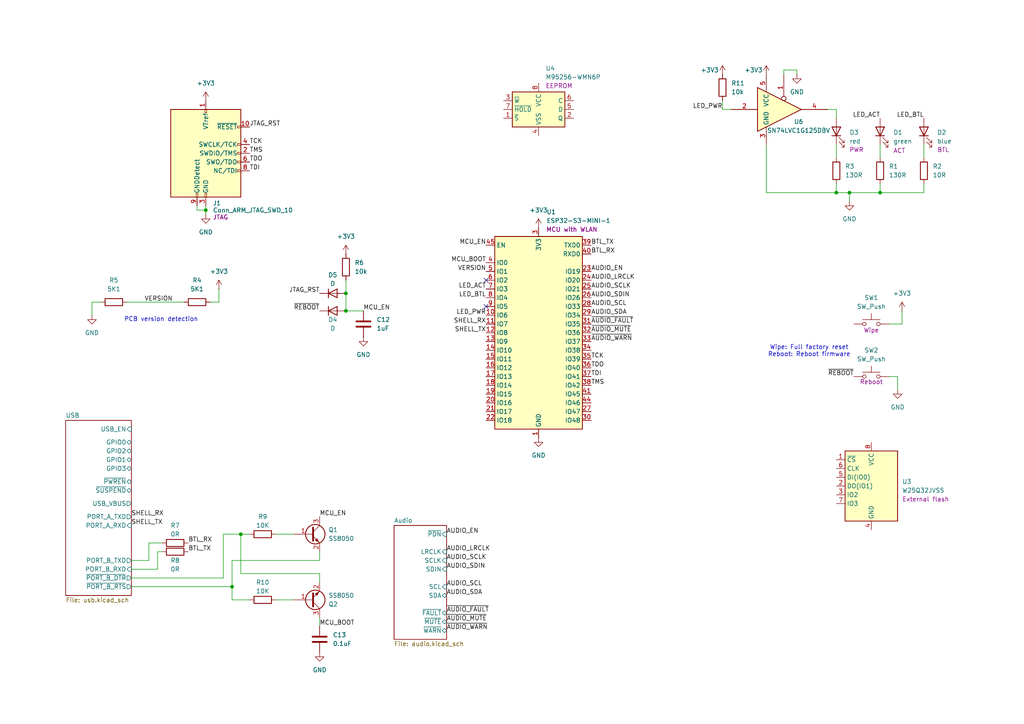
<source format=kicad_sch>
(kicad_sch (version 20231120) (generator "eeschema") (generator_version "8.0")
  (paper "A4")
  (title_block (title "soundbox"))
  (lib_symbols
    (symbol "74xGxx:SN74LVC1G125DBV"
      (property "Reference" "U" (at -10.16 7.62 0))
      (property "Value" "SN74LVC1G125DBV" (at 2.54 -7.62 0))
      (symbol "SN74LVC1G125DBV_0_1"
        (polyline (pts (xy -7.62 6.35) (xy -7.62 -6.35) (xy 5.08 0) (xy -7.62 6.35)) (stroke (width 0.254)) (fill (type background)))
      )
      (symbol "SN74LVC1G125DBV_1_1"
        (pin input inverted (at 0 10.16 270) (length 7.62) (name "~") (number "1"))
        (pin input line (at -15.24 0 0) (length 7.62) (name "~") (number "2"))
        (pin power_in line (at -5.08 -10.16 90) (length 5.08) (name "GND") (number "3"))
        (pin tri_state line (at 12.7 0 180) (length 7.62) (name "~") (number "4"))
        (pin power_in line (at -5.08 10.16 270) (length 5.08) (name "VCC") (number "5"))
      )
    )
    (symbol "Connector:Conn_ARM_JTAG_SWD_10" (pin_names (offset 1.016))
      (property "Reference" "J" (at -2.54 16.51 0))
      (property "Value" "Conn_ARM_JTAG_SWD_10" (at -2.54 13.97 0))
      (symbol "Conn_ARM_JTAG_SWD_10_0_1"
        (rectangle (start -10.16 12.7) (end 10.16 -12.7) (stroke (width 0.254)) (fill (type background)))
        (rectangle (start -2.794 -12.7) (end -2.286 -11.684))
        (rectangle (start -0.254 -12.7) (end 0.254 -11.684))
        (rectangle (start -0.254 12.7) (end 0.254 11.684))
        (rectangle (start 9.144 2.286) (end 10.16 2.794))
        (rectangle (start 10.16 -2.794) (end 9.144 -2.286))
        (rectangle (start 10.16 -0.254) (end 9.144 0.254))
        (rectangle (start 10.16 7.874) (end 9.144 7.366))
      )
      (symbol "Conn_ARM_JTAG_SWD_10_1_1"
        (rectangle (start 9.144 -5.334) (end 10.16 -4.826))
        (pin power_in line (at 0 15.24 270) (length 2.54) (name "VTref") (number "1"))
        (pin open_collector line (at 12.7 7.62 180) (length 2.54) (name "~{RESET}") (number "10"))
        (pin bidirectional line (at 12.7 0 180) (length 2.54) (name "SWDIO/TMS") (number "2"))
        (pin power_in line (at 0 -15.24 90) (length 2.54) (name "GND") (number "3"))
        (pin output line (at 12.7 2.54 180) (length 2.54) (name "SWCLK/TCK") (number "4"))
        (pin passive line (at 0 -15.24 90) (length 2.54) hide (name "GND") (number "5"))
        (pin input line (at 12.7 -2.54 180) (length 2.54) (name "SWO/TDO") (number "6"))
        (pin no_connect line (at -10.16 0 0) (length 2.54) hide (name "KEY") (number "7"))
        (pin output line (at 12.7 -5.08 180) (length 2.54) (name "NC/TDI") (number "8"))
        (pin passive line (at -2.54 -15.24 90) (length 2.54) (name "GNDDetect") (number "9"))
      )
    )
    (symbol "Device:C" (pin_numbers hide) (pin_names (offset 0.254))
      (property "Reference" "C" (at 0.635 2.54 0))
      (property "Value" "C" (at 0.635 -2.54 0))
      (symbol "C_0_1"
        (polyline (pts (xy -2.032 -0.762) (xy 2.032 -0.762)) (stroke (width 0.508)))
        (polyline (pts (xy -2.032 0.762) (xy 2.032 0.762)) (stroke (width 0.508)))
      )
      (symbol "C_1_1"
        (pin passive line (at 0 3.81 270) (length 2.794) (name "~") (number "1"))
        (pin passive line (at 0 -3.81 90) (length 2.794) (name "~") (number "2"))
      )
    )
    (symbol "Device:D" (pin_numbers hide) (pin_names (offset 1.016) hide)
      (property "Reference" "D" (at 0 2.54 0))
      (property "Value" "D" (at 0 -2.54 0))
      (symbol "D_0_1"
        (polyline (pts (xy -1.27 1.27) (xy -1.27 -1.27)) (stroke (width 0.254)))
        (polyline (pts (xy 1.27 0) (xy -1.27 0)))
        (polyline (pts (xy 1.27 1.27) (xy 1.27 -1.27) (xy -1.27 0) (xy 1.27 1.27)) (stroke (width 0.254)))
      )
      (symbol "D_1_1"
        (pin passive line (at -3.81 0 0) (length 2.54) (name "K") (number "1"))
        (pin passive line (at 3.81 0 180) (length 2.54) (name "A") (number "2"))
      )
    )
    (symbol "Device:LED" (pin_numbers hide) (pin_names (offset 1.016) hide)
      (property "Reference" "D" (at 0 2.54 0))
      (property "Value" "LED" (at 0 -2.54 0))
      (symbol "LED_0_1"
        (polyline (pts (xy -1.27 -1.27) (xy -1.27 1.27)) (stroke (width 0.254)))
        (polyline (pts (xy -1.27 0) (xy 1.27 0)))
        (polyline (pts (xy 1.27 -1.27) (xy 1.27 1.27) (xy -1.27 0) (xy 1.27 -1.27)) (stroke (width 0.254)))
        (polyline (pts (xy -3.048 -0.762) (xy -4.572 -2.286) (xy -3.81 -2.286) (xy -4.572 -2.286) (xy -4.572 -1.524)))
        (polyline (pts (xy -1.778 -0.762) (xy -3.302 -2.286) (xy -2.54 -2.286) (xy -3.302 -2.286) (xy -3.302 -1.524)))
      )
      (symbol "LED_1_1"
        (pin passive line (at -3.81 0 0) (length 2.54) (name "K") (number "1"))
        (pin passive line (at 3.81 0 180) (length 2.54) (name "A") (number "2"))
      )
    )
    (symbol "Device:R" (pin_numbers hide) (pin_names (offset 0))
      (property "Reference" "R" (at 2.032 0 90))
      (property "Value" "R" (at 0 0 90))
      (symbol "R_0_1"
        (rectangle (start -1.016 -2.54) (end 1.016 2.54) (stroke (width 0.254)))
      )
      (symbol "R_1_1"
        (pin passive line (at 0 3.81 270) (length 1.27) (name "~") (number "1"))
        (pin passive line (at 0 -3.81 90) (length 1.27) (name "~") (number "2"))
      )
    )
    (symbol "Memory_EEPROM:M95256-WMN6P"
      (property "Reference" "U" (at -7.62 6.35 0))
      (property "Value" "M95256-WMN6P" (at 2.54 -6.35 0))
      (symbol "M95256-WMN6P_1_1"
        (rectangle (start -7.62 5.08) (end 7.62 -5.08) (stroke (width 0.254)) (fill (type background)))
        (pin input line (at -10.16 -2.54 0) (length 2.54) (name "~{S}") (number "1"))
        (pin output line (at 10.16 -2.54 180) (length 2.54) (name "Q") (number "2"))
        (pin input line (at -10.16 2.54 0) (length 2.54) (name "~{W}") (number "3"))
        (pin power_in line (at 0 -7.62 90) (length 2.54) (name "VSS") (number "4"))
        (pin input line (at 10.16 0 180) (length 2.54) (name "D") (number "5"))
        (pin input line (at 10.16 2.54 180) (length 2.54) (name "C") (number "6"))
        (pin input line (at -10.16 0 0) (length 2.54) (name "~{HOLD}") (number "7"))
        (pin power_in line (at 0 7.62 270) (length 2.54) (name "VCC") (number "8"))
      )
    )
    (symbol "Memory_Flash:W25Q32JVSS"
      (property "Reference" "U" (at -6.35 11.43 0))
      (property "Value" "W25Q32JVSS" (at 7.62 11.43 0))
      (symbol "W25Q32JVSS_0_1"
        (rectangle (start -7.62 10.16) (end 7.62 -10.16) (stroke (width 0.254)) (fill (type background)))
      )
      (symbol "W25Q32JVSS_1_1"
        (pin input line (at -10.16 7.62 0) (length 2.54) (name "~{CS}") (number "1"))
        (pin bidirectional line (at -10.16 0 0) (length 2.54) (name "DO(IO1)") (number "2"))
        (pin bidirectional line (at -10.16 -2.54 0) (length 2.54) (name "IO2") (number "3"))
        (pin power_in line (at 0 -12.7 90) (length 2.54) (name "GND") (number "4"))
        (pin bidirectional line (at -10.16 2.54 0) (length 2.54) (name "DI(IO0)") (number "5"))
        (pin input line (at -10.16 5.08 0) (length 2.54) (name "CLK") (number "6"))
        (pin bidirectional line (at -10.16 -5.08 0) (length 2.54) (name "IO3") (number "7"))
        (pin power_in line (at 0 12.7 270) (length 2.54) (name "VCC") (number "8"))
      )
    )
    (symbol "RF_Module:ESP32-S3-MINI-1"
      (property "Reference" "U" (at -11.43 29.21 0))
      (property "Value" "ESP32-S3-MINI-1" (at 12.7 29.21 0))
      (symbol "ESP32-S3-MINI-1_0_1"
        (rectangle (start -12.7 27.94) (end 12.7 -27.94) (stroke (width 0.254)) (fill (type background)))
      )
      (symbol "ESP32-S3-MINI-1_1_1"
        (pin power_in line (at 0 -30.48 90) (length 2.54) (name "GND") (number "1"))
        (pin bidirectional line (at -15.24 5.08 0) (length 2.54) (name "IO6") (number "10"))
        (pin bidirectional line (at -15.24 2.54 0) (length 2.54) (name "IO7") (number "11"))
        (pin bidirectional line (at -15.24 0 0) (length 2.54) (name "IO8") (number "12"))
        (pin bidirectional line (at -15.24 -2.54 0) (length 2.54) (name "IO9") (number "13"))
        (pin bidirectional line (at -15.24 -5.08 0) (length 2.54) (name "IO10") (number "14"))
        (pin bidirectional line (at -15.24 -7.62 0) (length 2.54) (name "IO11") (number "15"))
        (pin bidirectional line (at -15.24 -10.16 0) (length 2.54) (name "IO12") (number "16"))
        (pin bidirectional line (at -15.24 -12.7 0) (length 2.54) (name "IO13") (number "17"))
        (pin bidirectional line (at -15.24 -15.24 0) (length 2.54) (name "IO14") (number "18"))
        (pin bidirectional line (at -15.24 -17.78 0) (length 2.54) (name "IO15") (number "19"))
        (pin passive line (at 0 -30.48 90) (length 2.54) hide (name "GND") (number "2"))
        (pin bidirectional line (at -15.24 -20.32 0) (length 2.54) (name "IO16") (number "20"))
        (pin bidirectional line (at -15.24 -22.86 0) (length 2.54) (name "IO17") (number "21"))
        (pin bidirectional line (at -15.24 -25.4 0) (length 2.54) (name "IO18") (number "22"))
        (pin bidirectional line (at 15.24 17.78 180) (length 2.54) (name "IO19") (number "23"))
        (pin bidirectional line (at 15.24 15.24 180) (length 2.54) (name "IO20") (number "24"))
        (pin bidirectional line (at 15.24 12.7 180) (length 2.54) (name "IO21") (number "25"))
        (pin bidirectional line (at 15.24 10.16 180) (length 2.54) (name "IO26") (number "26"))
        (pin bidirectional line (at 15.24 -22.86 180) (length 2.54) (name "IO47") (number "27"))
        (pin bidirectional line (at 15.24 7.62 180) (length 2.54) (name "IO33") (number "28"))
        (pin bidirectional line (at 15.24 5.08 180) (length 2.54) (name "IO34") (number "29"))
        (pin power_in line (at 0 30.48 270) (length 2.54) (name "3V3") (number "3"))
        (pin bidirectional line (at 15.24 -25.4 180) (length 2.54) (name "IO48") (number "30"))
        (pin bidirectional line (at 15.24 2.54 180) (length 2.54) (name "IO35") (number "31"))
        (pin bidirectional line (at 15.24 0 180) (length 2.54) (name "IO36") (number "32"))
        (pin bidirectional line (at 15.24 -2.54 180) (length 2.54) (name "IO37") (number "33"))
        (pin bidirectional line (at 15.24 -5.08 180) (length 2.54) (name "IO38") (number "34"))
        (pin bidirectional line (at 15.24 -7.62 180) (length 2.54) (name "IO39") (number "35"))
        (pin bidirectional line (at 15.24 -10.16 180) (length 2.54) (name "IO40") (number "36"))
        (pin bidirectional line (at 15.24 -12.7 180) (length 2.54) (name "IO41") (number "37"))
        (pin bidirectional line (at 15.24 -15.24 180) (length 2.54) (name "IO42") (number "38"))
        (pin bidirectional line (at 15.24 25.4 180) (length 2.54) (name "TXD0") (number "39"))
        (pin bidirectional line (at -15.24 20.32 0) (length 2.54) (name "IO0") (number "4"))
        (pin bidirectional line (at 15.24 22.86 180) (length 2.54) (name "RXD0") (number "40"))
        (pin bidirectional line (at 15.24 -17.78 180) (length 2.54) (name "IO45") (number "41"))
        (pin passive line (at 0 -30.48 90) (length 2.54) hide (name "GND") (number "42"))
        (pin passive line (at 0 -30.48 90) (length 2.54) hide (name "GND") (number "43"))
        (pin bidirectional line (at 15.24 -20.32 180) (length 2.54) (name "IO46") (number "44"))
        (pin input line (at -15.24 25.4 0) (length 2.54) (name "EN") (number "45"))
        (pin passive line (at 0 -30.48 90) (length 2.54) hide (name "GND") (number "46"))
        (pin passive line (at 0 -30.48 90) (length 2.54) hide (name "GND") (number "47"))
        (pin passive line (at 0 -30.48 90) (length 2.54) hide (name "GND") (number "48"))
        (pin passive line (at 0 -30.48 90) (length 2.54) hide (name "GND") (number "49"))
        (pin bidirectional line (at -15.24 17.78 0) (length 2.54) (name "IO1") (number "5"))
        (pin passive line (at 0 -30.48 90) (length 2.54) hide (name "GND") (number "50"))
        (pin passive line (at 0 -30.48 90) (length 2.54) hide (name "GND") (number "51"))
        (pin passive line (at 0 -30.48 90) (length 2.54) hide (name "GND") (number "52"))
        (pin passive line (at 0 -30.48 90) (length 2.54) hide (name "GND") (number "53"))
        (pin passive line (at 0 -30.48 90) (length 2.54) hide (name "GND") (number "54"))
        (pin passive line (at 0 -30.48 90) (length 2.54) hide (name "GND") (number "55"))
        (pin passive line (at 0 -30.48 90) (length 2.54) hide (name "GND") (number "56"))
        (pin passive line (at 0 -30.48 90) (length 2.54) hide (name "GND") (number "57"))
        (pin passive line (at 0 -30.48 90) (length 2.54) hide (name "GND") (number "58"))
        (pin passive line (at 0 -30.48 90) (length 2.54) hide (name "GND") (number "59"))
        (pin bidirectional line (at -15.24 15.24 0) (length 2.54) (name "IO2") (number "6"))
        (pin passive line (at 0 -30.48 90) (length 2.54) hide (name "GND") (number "60"))
        (pin passive line (at 0 -30.48 90) (length 2.54) hide (name "GND") (number "61"))
        (pin passive line (at 0 -30.48 90) (length 2.54) hide (name "GND") (number "62"))
        (pin passive line (at 0 -30.48 90) (length 2.54) hide (name "GND") (number "63"))
        (pin passive line (at 0 -30.48 90) (length 2.54) hide (name "GND") (number "64"))
        (pin passive line (at 0 -30.48 90) (length 2.54) hide (name "GND") (number "65"))
        (pin bidirectional line (at -15.24 12.7 0) (length 2.54) (name "IO3") (number "7"))
        (pin bidirectional line (at -15.24 10.16 0) (length 2.54) (name "IO4") (number "8"))
        (pin bidirectional line (at -15.24 7.62 0) (length 2.54) (name "IO5") (number "9"))
      )
    )
    (symbol "Switch:SW_Push" (pin_numbers hide) (pin_names (offset 1.016) hide)
      (property "Reference" "SW" (at 1.27 2.54 0))
      (property "Value" "SW_Push" (at 0 -1.524 0))
      (symbol "SW_Push_0_1"
        (circle (center -2.032 0) (radius 0.508))
        (polyline (pts (xy 0 1.27) (xy 0 3.048)))
        (polyline (pts (xy 2.54 1.27) (xy -2.54 1.27)))
        (circle (center 2.032 0) (radius 0.508))
        (pin passive line (at -5.08 0 0) (length 2.54) (name "1") (number "1"))
        (pin passive line (at 5.08 0 180) (length 2.54) (name "2") (number "2"))
      )
    )
    (symbol "Transistor_BJT:SS8050" (pin_names (offset 0) hide)
      (property "Reference" "Q" (at 5.08 1.905 0))
      (property "Value" "SS8050" (at 5.08 0 0))
      (symbol "SS8050_0_1"
        (polyline (pts (xy 0.635 0.635) (xy 2.54 2.54)))
        (polyline (pts (xy 0.635 -0.635) (xy 2.54 -2.54) (xy 2.54 -2.54)))
        (polyline (pts (xy 0.635 1.905) (xy 0.635 -1.905) (xy 0.635 -1.905)) (stroke (width 0.508)))
        (polyline (pts (xy 1.27 -1.778) (xy 1.778 -1.27) (xy 2.286 -2.286) (xy 1.27 -1.778) (xy 1.27 -1.778)) (fill (type outline)))
        (circle (center 1.27 0) (radius 2.8194) (stroke (width 0.254)))
      )
      (symbol "SS8050_1_1"
        (pin input line (at -5.08 0 0) (length 5.715) (name "B") (number "1"))
        (pin passive line (at 2.54 -5.08 90) (length 2.54) (name "E") (number "2"))
        (pin passive line (at 2.54 5.08 270) (length 2.54) (name "C") (number "3"))
      )
    )
    (symbol "power:+3V3" (power) (pin_numbers hide) (pin_names (offset 0) hide)
      (property "Value" "+3V3" (at 0 3.556 0))
      (symbol "+3V3_0_1"
        (polyline (pts (xy -0.762 1.27) (xy 0 2.54)))
        (polyline (pts (xy 0 0) (xy 0 2.54)))
        (polyline (pts (xy 0 2.54) (xy 0.762 1.27)))
      )
      (symbol "+3V3_1_1"
        (pin power_in line (at 0 0 90) (length 0) (name "~") (number "1"))
      )
    )
    (symbol "power:GND" (power) (pin_numbers hide) (pin_names (offset 0) hide)
      (property "Value" "GND" (at 0 -3.81 0))
      (symbol "GND_0_1"
        (polyline (pts (xy 0 0) (xy 0 -1.27) (xy 1.27 -1.27) (xy 0 -2.54) (xy -1.27 -1.27) (xy 0 -1.27)))
      )
      (symbol "GND_1_1"
        (pin power_in line (at 0 0 270) (length 0) (name "~") (number "1"))
      )
    )
  )
  (junction (at 242.57 55.88))
  (junction (at 100.33 90.17))
  (junction (at 255.27 55.88))
  (junction (at 59.69 60.96))
  (junction (at 100.33 85.09))
  (junction (at 246.38 55.88))
  (junction (at 67.31 170.18))
  (junction (at 69.85 154.94))
  (no_connect (at 140.97 88.9))
  (no_connect (at 140.97 81.28))
  (wire (pts (xy 222.25 55.88) (xy 242.57 55.88)))
  (wire (pts (xy 242.57 53.34) (xy 242.57 55.88)))
  (wire (pts (xy 209.55 31.75) (xy 212.09 31.75)))
  (wire (pts (xy 45.72 160.02) (xy 46.99 160.02)))
  (wire (pts (xy 246.38 58.42) (xy 246.38 55.88)))
  (wire (pts (xy 231.14 20.32) (xy 231.14 21.59)))
  (wire (pts (xy 64.77 154.94) (xy 69.85 154.94)))
  (wire (pts (xy 80.01 154.94) (xy 85.09 154.94)))
  (wire (pts (xy 38.1 167.64) (xy 64.77 167.64)))
  (wire (pts (xy 227.33 21.59) (xy 227.33 20.32)))
  (wire (pts (xy 67.31 162.56) (xy 67.31 170.18)))
  (wire (pts (xy 227.33 20.32) (xy 231.14 20.32)))
  (wire (pts (xy 38.1 170.18) (xy 67.31 170.18)))
  (wire (pts (xy 209.55 29.21) (xy 209.55 31.75)))
  (wire (pts (xy 255.27 41.91) (xy 255.27 45.72)))
  (wire (pts (xy 92.71 160.02) (xy 92.71 162.56)))
  (wire (pts (xy 64.77 167.64) (xy 64.77 154.94)))
  (wire (pts (xy 36.83 87.63) (xy 53.34 87.63)))
  (wire (pts (xy 57.15 59.69) (xy 57.15 60.96)))
  (wire (pts (xy 260.35 109.22) (xy 260.35 113.03)))
  (wire (pts (xy 257.81 93.98) (xy 261.62 93.98)))
  (wire (pts (xy 69.85 154.94) (xy 72.39 154.94)))
  (wire (pts (xy 257.81 109.22) (xy 260.35 109.22)))
  (wire (pts (xy 67.31 170.18) (xy 67.31 173.99)))
  (wire (pts (xy 255.27 55.88) (xy 267.97 55.88)))
  (wire (pts (xy 26.67 87.63) (xy 29.21 87.63)))
  (wire (pts (xy 242.57 31.75) (xy 242.57 34.29)))
  (wire (pts (xy 261.62 90.17) (xy 261.62 93.98)))
  (wire (pts (xy 255.27 53.34) (xy 255.27 55.88)))
  (wire (pts (xy 240.03 31.75) (xy 242.57 31.75)))
  (wire (pts (xy 59.69 62.23) (xy 59.69 60.96)))
  (wire (pts (xy 267.97 53.34) (xy 267.97 55.88)))
  (wire (pts (xy 92.71 168.91) (xy 92.71 166.37)))
  (wire (pts (xy 255.27 55.88) (xy 246.38 55.88)))
  (wire (pts (xy 80.01 173.99) (xy 85.09 173.99)))
  (wire (pts (xy 67.31 173.99) (xy 72.39 173.99)))
  (wire (pts (xy 38.1 162.56) (xy 43.18 162.56)))
  (wire (pts (xy 92.71 179.07) (xy 92.71 181.61)))
  (wire (pts (xy 59.69 60.96) (xy 57.15 60.96)))
  (wire (pts (xy 100.33 85.09) (xy 100.33 90.17)))
  (wire (pts (xy 246.38 55.88) (xy 242.57 55.88)))
  (wire (pts (xy 100.33 90.17) (xy 105.41 90.17)))
  (wire (pts (xy 43.18 157.48) (xy 46.99 157.48)))
  (wire (pts (xy 63.5 87.63) (xy 63.5 83.82)))
  (wire (pts (xy 100.33 81.28) (xy 100.33 85.09)))
  (wire (pts (xy 92.71 162.56) (xy 67.31 162.56)))
  (wire (pts (xy 43.18 162.56) (xy 43.18 157.48)))
  (wire (pts (xy 92.71 166.37) (xy 69.85 166.37)))
  (wire (pts (xy 38.1 165.1) (xy 45.72 165.1)))
  (wire (pts (xy 45.72 165.1) (xy 45.72 160.02)))
  (wire (pts (xy 69.85 166.37) (xy 69.85 154.94)))
  (wire (pts (xy 26.67 91.44) (xy 26.67 87.63)))
  (wire (pts (xy 60.96 87.63) (xy 63.5 87.63)))
  (wire (pts (xy 267.97 41.91) (xy 267.97 45.72)))
  (wire (pts (xy 242.57 41.91) (xy 242.57 45.72)))
  (wire (pts (xy 222.25 41.91) (xy 222.25 55.88)))
  (wire (pts (xy 59.69 59.69) (xy 59.69 60.96)))
  (text "Wipe: Full factory reset\nReboot: Reboot firmware" (at 234.696 101.854 0) (effects (font (size 1.27 1.27))))
  (text "PCB version detection" (at 46.736 92.71 0) (effects (font (size 1.27 1.27))))
  (label "SHELL_TX" (at 140.97 96.52 180))
  (label "VERSION" (at 41.91 87.63 0))
  (label "~{AUDIO_FAULT}" (at 171.45 93.98 0))
  (label "AUDIO_SDA" (at 129.54 172.72 0))
  (label "TCK" (at 72.39 41.91 0))
  (label "LED_BTL" (at 267.97 34.29 180))
  (label "AUDIO_SDIN" (at 129.54 165.1 0))
  (label "AUDIO_EN" (at 129.54 154.94 0))
  (label "~{REBOOT}" (at 92.71 90.17 180))
  (label "~{REBOOT}" (at 247.65 109.22 180))
  (label "~{AUDIO_WARN}" (at 171.45 99.06 0))
  (label "TDI" (at 171.45 109.22 0))
  (label "BTL_RX" (at 171.45 73.66 0))
  (label "TDO" (at 171.45 106.68 0))
  (label "AUDIO_SDIN" (at 171.45 86.36 0))
  (label "~{AUDIO_MUTE}" (at 171.45 96.52 0))
  (label "AUDIO_SDA" (at 171.45 91.44 0))
  (label "LED_PWR" (at 140.97 91.44 180))
  (label "LED_BTL" (at 140.97 86.36 180))
  (label "JTAG_RST" (at 92.71 85.09 180))
  (label "LED_ACT" (at 255.27 34.29 180))
  (label "MCU_EN" (at 140.97 71.12 180))
  (label "MCU_EN" (at 92.71 149.86 0))
  (label "AUDIO_LRCLK" (at 129.54 160.02 0))
  (label "MCU_BOOT" (at 92.71 181.61 0))
  (label "MCU_BOOT" (at 140.97 76.2 180))
  (label "BTL_RX" (at 54.61 157.48 0))
  (label "JTAG_RST" (at 72.39 36.83 0))
  (label "AUDIO_SCL" (at 171.45 88.9 0))
  (label "MCU_EN" (at 105.41 90.17 0))
  (label "~{AUDIO_WARN}" (at 129.54 182.88 0))
  (label "TCK" (at 171.45 104.14 0))
  (label "SHELL_RX" (at 38.1 149.86 0))
  (label "TDO" (at 72.39 46.99 0))
  (label "BTL_TX" (at 171.45 71.12 0))
  (label "AUDIO_SCLK" (at 129.54 162.56 0))
  (label "BTL_TX" (at 54.61 160.02 0))
  (label "AUDIO_LRCLK" (at 171.45 81.28 0))
  (label "~{AUDIO_MUTE}" (at 129.54 180.34 0))
  (label "TMS" (at 72.39 44.45 0))
  (label "AUDIO_SCLK" (at 171.45 83.82 0))
  (label "SHELL_RX" (at 140.97 93.98 180))
  (label "LED_PWR" (at 209.55 31.75 180))
  (label "SHELL_TX" (at 38.1 152.4 0))
  (label "TMS" (at 171.45 111.76 0))
  (label "LED_ACT" (at 140.97 83.82 180))
  (label "~{AUDIO_FAULT}" (at 129.54 177.8 0))
  (label "AUDIO_EN" (at 171.45 78.74 0))
  (label "VERSION" (at 140.97 78.74 180))
  (label "TDI" (at 72.39 49.53 0))
  (label "AUDIO_SCL" (at 129.54 170.18 0))
  (symbol (lib_id "power:GND") (at 156.21 127 0) (unit 1)
    (property "Reference" "#PWR015" (effects (hide yes)))
    (property "Value" "GND" (at 156.21 132.08 0))
    (property "Description" "Power symbol creates a global label with name \"GND\" , ground" (effects (hide yes)))
  )
  (symbol (lib_id "power:GND") (at 246.38 58.42 0) (unit 1)
    (property "Reference" "#PWR012" (effects (hide yes)))
    (property "Value" "GND" (at 246.38 63.5 0))
    (property "Description" "Power symbol creates a global label with name \"GND\" , ground" (effects (hide yes)))
  )
  (symbol (lib_id "Device:R") (at 76.2 154.94 270) (unit 1)
    (property "Reference" "R9" (at 76.2 149.86 90))
    (property "Value" "10K" (at 76.2 152.4 90))
    (property "Description" "Resistor" (effects (hide yes)))
  )
  (symbol (lib_id "power:GND") (at 26.67 91.44 0) (unit 1)
    (property "Reference" "#PWR01" (effects (hide yes)))
    (property "Value" "GND" (at 26.67 96.52 0))
    (property "Description" "Power symbol creates a global label with name \"GND\" , ground" (effects (hide yes)))
  )
  (symbol (lib_id "RF_Module:ESP32-S3-MINI-1") (at 156.21 96.52 0) (unit 1)
    (property "Reference" "U1" (at 158.496 61.468 0) (effects (justify left)))
    (property "Value" "ESP32-S3-MINI-1" (at 158.496 64.008 0) (effects (justify left)))
    (property "Footprint" "RF_Module:ESP32-S2-MINI-1" (effects (hide yes)))
    (property "Datasheet" "https://www.espressif.com/sites/default/files/documentation/esp32-s3-mini-1_mini-1u_datasheet_en.pdf" (effects (hide yes)))
    (property "Description" "MCU with WLAN" (at 165.862 66.548 0))
    (property "MPN" "ESP32-S3-MINI-1-N8" (effects (hide yes)))
    (property "Manufacturer" "Espressif Systems" (effects (hide yes)))
  )
  (symbol (lib_id "Memory_Flash:W25Q32JVSS") (at 252.73 140.97 0) (unit 1)
    (property "Reference" "U3" (at 261.62 139.6999 0) (effects (justify left)))
    (property "Value" "W25Q32JVSS" (at 261.62 142.2399 0) (effects (justify left)))
    (property "Footprint" "Package_SO:SOIC-8_5.23x5.23mm_P1.27mm" (effects (hide yes)))
    (property "Datasheet" "http://www.winbond.com/resource-files/w25q32jv%20revg%2003272018%20plus.pdf" (effects (hide yes)))
    (property "Description" "External flash" (at 268.478 144.78 0))
    (property "MPN" "W25Q32JVSSIQ" (effects (hide yes)))
    (property "Manufacturer" "Winbond Electronics" (effects (hide yes)))
  )
  (symbol (lib_id "Connector:Conn_ARM_JTAG_SWD_10") (at 59.69 44.45 0) (unit 1)
    (property "Reference" "J1" (at 61.722 58.928 0) (effects (justify left)))
    (property "Value" "Conn_ARM_JTAG_SWD_10" (at 61.722 60.96 0) (effects (justify left)))
    (property "Datasheet" "https://mm.digikey.com/Volume0/opasdata/d220001/medias/docus/6209/ftsh-1xx-xx-xxx-dv-xxx-xxx-x-xx-mkt.pdf" (effects (hide yes)))
    (property "Description" "JTAG" (at 61.722 62.992 0) (effects (justify left)))
    (property "MPN" "FTSH-105-01-L-DV-007-K-TR" (effects (hide yes)))
    (property "Manufacturer" "samtec" (effects (hide yes)))
  )
  (symbol (lib_id "Switch:SW_Push") (at 252.73 109.22 0) (unit 1)
    (property "Reference" "SW2" (at 252.73 101.6 0))
    (property "Value" "SW_Push" (at 252.73 104.14 0))
    (property "Footprint" "Button_Switch_SMD:SW_SPST_TL3305B" (effects (hide yes)))
    (property "Datasheet" "https://www.e-switch.com/wp-content/uploads/2024/08/TL3305.pdf" (effects (hide yes)))
    (property "Description" "Reboot" (at 252.73 110.744 0))
    (property "MPN" "TL3305BF260QG" (effects (hide yes)))
    (property "Manufacturer" "E-Switch" (effects (hide yes)))
  )
  (symbol (lib_id "Device:R") (at 76.2 173.99 270) (unit 1)
    (property "Reference" "R10" (at 76.2 168.91 90))
    (property "Value" "10K" (at 76.2 171.45 90))
    (property "Description" "Resistor" (effects (hide yes)))
  )
  (symbol (lib_id "power:+3V3") (at 59.69 29.21 0) (unit 1)
    (property "Reference" "#PWR016" (effects (hide yes)))
    (property "Value" "+3V3" (at 59.69 24.13 0))
    (property "Description" "Power symbol creates a global label with name \"+3V3\"" (effects (hide yes)))
  )
  (symbol (lib_id "power:+3V3") (at 156.21 66.04 0) (unit 1)
    (property "Reference" "#PWR014" (effects (hide yes)))
    (property "Value" "+3V3" (at 156.21 60.96 0))
    (property "Description" "Power symbol creates a global label with name \"+3V3\"" (effects (hide yes)))
  )
  (symbol (lib_id "Device:R") (at 100.33 77.47 0) (unit 1)
    (property "Reference" "R6" (at 102.87 76.1999 0) (effects (justify left)))
    (property "Value" "10k" (at 102.87 78.7399 0) (effects (justify left)))
    (property "Description" "Resistor" (effects (hide yes)))
  )
  (symbol (lib_id "power:+3V3") (at 63.5 83.82 0) (unit 1)
    (property "Reference" "#PWR02" (effects (hide yes)))
    (property "Value" "+3V3" (at 63.5 78.74 0))
    (property "Description" "Power symbol creates a global label with name \"+3V3\"" (effects (hide yes)))
  )
  (symbol (lib_id "Device:R") (at 242.57 49.53 0) (unit 1)
    (property "Reference" "R3" (at 245.11 48.2599 0) (effects (justify left)))
    (property "Value" "130R" (at 245.11 50.7999 0) (effects (justify left)))
    (property "Footprint" "Resistor_SMD:R_0603_1608Metric" (effects (hide yes)))
    (property "Datasheet" "https://industrial.panasonic.com/cdbs/www-data/pdf/RDA0000/AOA0000C304.pdf" (effects (hide yes)))
    (property "Description" "Resistor" (effects (hide yes)))
    (property "MPN" "ERJ-3EKF1300V" (effects (hide yes)))
    (property "Manufacturer" "Panasonic Electronic Components" (effects (hide yes)))
  )
  (symbol (lib_id "power:GND") (at 231.14 21.59 0) (unit 1)
    (property "Reference" "#PWR013" (effects (hide yes)))
    (property "Value" "GND" (at 231.14 26.67 0))
    (property "Description" "Power symbol creates a global label with name \"GND\" , ground" (effects (hide yes)))
  )
  (symbol (lib_id "Device:R") (at 50.8 160.02 90) (mirror x) (unit 1)
    (property "Reference" "R8" (at 50.8 162.56 90))
    (property "Value" "0R" (at 50.8 165.1 90))
    (property "Description" "Resistor" (effects (hide yes)))
  )
  (symbol (lib_id "Switch:SW_Push") (at 252.73 93.98 0) (unit 1)
    (property "Reference" "SW1" (at 252.73 86.36 0))
    (property "Value" "SW_Push" (at 252.73 88.9 0))
    (property "Footprint" "Button_Switch_SMD:SW_SPST_TL3305B" (effects (hide yes)))
    (property "Datasheet" "https://www.e-switch.com/wp-content/uploads/2024/08/TL3305.pdf" (effects (hide yes)))
    (property "Description" "Wipe" (at 252.73 95.758 0))
    (property "MPN" "TL3305BF260QG" (effects (hide yes)))
    (property "Manufacturer" "E-Switch" (effects (hide yes)))
  )
  (symbol (lib_id "power:+3V3") (at 100.33 73.66 0) (unit 1)
    (property "Reference" "#PWR018" (effects (hide yes)))
    (property "Value" "+3V3" (at 100.33 68.58 0))
    (property "Description" "Power symbol creates a global label with name \"+3V3\"" (effects (hide yes)))
  )
  (symbol (lib_id "Device:D") (at 96.52 90.17 0) (unit 1)
    (property "Reference" "D4" (at 96.52 92.71 0))
    (property "Value" "D" (at 96.52 95.25 0))
    (property "Description" "Diode" (effects (hide yes)))
    (property "Sim.Device" "D" (effects (hide yes)))
    (property "Sim.Pins" "1=K 2=A" (effects (hide yes)))
  )
  (symbol (lib_id "Device:R") (at 267.97 49.53 0) (unit 1)
    (property "Reference" "R2" (at 270.51 48.2599 0) (effects (justify left)))
    (property "Value" "10R" (at 270.51 50.7999 0) (effects (justify left)))
    (property "Footprint" "Resistor_SMD:R_0603_1608Metric" (effects (hide yes)))
    (property "Datasheet" "https://industrial.panasonic.com/cdbs/www-data/pdf/RDO0000/AOA0000C331.pdf" (effects (hide yes)))
    (property "Description" "Resistor" (effects (hide yes)))
    (property "MPN" "ERJ-PA3F10R0V" (effects (hide yes)))
    (property "Manufacturer" "Panasonic Electronic Components" (effects (hide yes)))
  )
  (symbol (lib_id "Transistor_BJT:SS8050") (at 90.17 154.94 0) (unit 1)
    (property "Reference" "Q1" (at 95.25 153.6699 0) (effects (justify left)))
    (property "Value" "SS8050" (at 95.25 156.2099 0) (effects (justify left)))
    (property "Footprint" "Package_TO_SOT_SMD:SOT-23" (effects (hide yes)))
    (property "Datasheet" "http://www.secosgmbh.com/datasheet/products/SSMPTransistor/SOT-23/SS8050.pdf" (effects (hide yes)))
    (property "Description" "General Purpose NPN Transistor, 1.5A Ic, 25V Vce, SOT-23" (effects (hide yes)))
  )
  (symbol (lib_id "power:+3V3") (at 261.62 90.17 0) (unit 1)
    (property "Reference" "#PWR011" (effects (hide yes)))
    (property "Value" "+3V3" (at 261.62 85.09 0))
    (property "Description" "Power symbol creates a global label with name \"+3V3\"" (effects (hide yes)))
  )
  (symbol (lib_id "power:GND") (at 59.69 62.23 0) (unit 1)
    (property "Reference" "#PWR017" (effects (hide yes)))
    (property "Value" "GND" (at 59.69 67.31 0))
    (property "Description" "Power symbol creates a global label with name \"GND\" , ground" (effects (hide yes)))
  )
  (symbol (lib_id "power:GND") (at 105.41 97.79 0) (unit 1)
    (property "Reference" "#PWR020" (effects (hide yes)))
    (property "Value" "GND" (at 105.41 102.87 0))
    (property "Description" "Power symbol creates a global label with name \"GND\" , ground" (effects (hide yes)))
  )
  (symbol (lib_id "power:GND") (at 92.71 189.23 0) (unit 1)
    (property "Reference" "#PWR021" (effects (hide yes)))
    (property "Value" "GND" (at 92.71 194.31 0))
    (property "Description" "Power symbol creates a global label with name \"GND\" , ground" (effects (hide yes)))
  )
  (symbol (lib_id "Transistor_BJT:SS8050") (at 90.17 173.99 0) (mirror x) (unit 1)
    (property "Reference" "Q2" (at 95.25 175.2601 0) (effects (justify left)))
    (property "Value" "SS8050" (at 95.25 172.7201 0) (effects (justify left)))
    (property "Footprint" "Package_TO_SOT_SMD:SOT-23" (effects (hide yes)))
    (property "Datasheet" "http://www.secosgmbh.com/datasheet/products/SSMPTransistor/SOT-23/SS8050.pdf" (effects (hide yes)))
    (property "Description" "General Purpose NPN Transistor, 1.5A Ic, 25V Vce, SOT-23" (effects (hide yes)))
  )
  (symbol (lib_id "Device:R") (at 50.8 157.48 90) (mirror x) (unit 1)
    (property "Reference" "R7" (at 50.8 152.4 90))
    (property "Value" "0R" (at 50.8 154.94 90))
    (property "Description" "Resistor" (effects (hide yes)))
  )
  (symbol (lib_id "Device:D") (at 96.52 85.09 0) (unit 1)
    (property "Reference" "D5" (at 96.52 79.756 0))
    (property "Value" "D" (at 96.52 82.296 0))
    (property "Description" "Diode" (effects (hide yes)))
    (property "Sim.Device" "D" (effects (hide yes)))
    (property "Sim.Pins" "1=K 2=A" (effects (hide yes)))
  )
  (symbol (lib_id "Device:C") (at 92.71 185.42 0) (unit 1)
    (property "Reference" "C13" (at 96.52 184.1499 0) (effects (justify left)))
    (property "Value" "0.1uF" (at 96.52 186.6899 0) (effects (justify left)))
    (property "Description" "Unpolarized capacitor" (effects (hide yes)))
  )
  (symbol (lib_id "power:+3V3") (at 209.55 21.59 0) (unit 1)
    (property "Reference" "#PWR023" (effects (hide yes)))
    (property "Value" "+3V3" (at 203.2 20.32 0) (effects (justify left)))
    (property "Description" "Power symbol creates a global label with name \"+3V3\"" (effects (hide yes)))
  )
  (symbol (lib_id "Device:R") (at 33.02 87.63 270) (unit 1)
    (property "Reference" "R5" (at 33.02 81.28 90))
    (property "Value" "5K1" (at 33.02 83.82 90))
    (property "Footprint" "Resistor_SMD:R_0603_1608Metric" (effects (hide yes)))
    (property "Datasheet" "https://industrial.panasonic.com/cdbs/www-data/pdf/RDA0000/AOA0000C304.pdf" (effects (hide yes)))
    (property "Description" "Resistor" (effects (hide yes)))
    (property "MPN" "ERJ-3EKF5101V" (effects (hide yes)))
    (property "Manufacturer" "Panasonic Electronic Components" (effects (hide yes)))
  )
  (symbol (lib_id "74xGxx:SN74LVC1G125DBV") (at 227.33 31.75 0) (unit 1)
    (property "Reference" "U6" (at 231.648 35.306 0))
    (property "Value" "SN74LVC1G125DBV" (at 231.648 37.846 0))
    (property "Footprint" "Package_TO_SOT_SMD:SOT-23-5" (effects (hide yes)))
    (property "Datasheet" "http://www.ti.com/lit/ds/symlink/sn74lvc1g125.pdf" (effects (hide yes)))
    (property "Description" "Single Buffer Gate Tri-State, Low-Voltage CMOS, SOT-23-5" (effects (hide yes)))
  )
  (symbol (lib_id "Device:LED") (at 255.27 38.1 90) (unit 1)
    (property "Reference" "D1" (at 259.08 38.4174 90) (effects (justify right)))
    (property "Value" "green" (at 259.08 40.9574 90) (effects (justify right)))
    (property "Footprint" "LED_SMD:LED_1206_3216Metric" (effects (hide yes)))
    (property "Datasheet" "https://s3-us-west-2.amazonaws.com/catsy.557/Dialight_CBI_data_598-1206_Apr2018.pdf" (effects (hide yes)))
    (property "Description" "ACT" (at 260.858 43.688 90))
    (property "MPN" "598-8270-107F" (effects (hide yes)))
    (property "Manufacturer" "Dialight" (effects (hide yes)))
  )
  (symbol (lib_id "Device:R") (at 57.15 87.63 90) (unit 1)
    (property "Reference" "R4" (at 57.15 81.28 90))
    (property "Value" "5K1" (at 57.15 83.82 90))
    (property "Footprint" "Resistor_SMD:R_0603_1608Metric" (effects (hide yes)))
    (property "Datasheet" "https://industrial.panasonic.com/cdbs/www-data/pdf/RDA0000/AOA0000C304.pdf" (effects (hide yes)))
    (property "Description" "Resistor" (effects (hide yes)))
    (property "MPN" "ERJ-3EKF5101V" (effects (hide yes)))
    (property "Manufacturer" "Panasonic Electronic Components" (effects (hide yes)))
  )
  (symbol (lib_id "Device:R") (at 209.55 25.4 0) (unit 1)
    (property "Reference" "R11" (at 212.09 24.1299 0) (effects (justify left)))
    (property "Value" "10k" (at 212.09 26.6699 0) (effects (justify left)))
    (property "Description" "Resistor" (effects (hide yes)))
  )
  (symbol (lib_id "Device:R") (at 255.27 49.53 0) (unit 1)
    (property "Reference" "R1" (at 257.81 48.2599 0) (effects (justify left)))
    (property "Value" "130R" (at 257.81 50.7999 0) (effects (justify left)))
    (property "Footprint" "Resistor_SMD:R_0603_1608Metric" (effects (hide yes)))
    (property "Datasheet" "https://industrial.panasonic.com/cdbs/www-data/pdf/RDA0000/AOA0000C304.pdf" (effects (hide yes)))
    (property "Description" "Resistor" (effects (hide yes)))
    (property "MPN" "ERJ-3EKF1300V" (effects (hide yes)))
    (property "Manufacturer" "Panasonic Electronic Components" (effects (hide yes)))
  )
  (symbol (lib_id "Device:C") (at 105.41 93.98 0) (unit 1)
    (property "Reference" "C12" (at 109.22 92.7099 0) (effects (justify left)))
    (property "Value" "1uF" (at 109.22 95.2499 0) (effects (justify left)))
    (property "Description" "Unpolarized capacitor" (effects (hide yes)))
  )
  (symbol (lib_id "Memory_EEPROM:M95256-WMN6P") (at 156.21 31.75 0) (unit 1)
    (property "Reference" "U4" (at 158.242 19.812 0) (effects (justify left)))
    (property "Value" "M95256-WMN6P" (at 158.242 22.352 0) (effects (justify left)))
    (property "Footprint" "Package_SO:SOIC-8_3.9x4.9mm_P1.27mm" (effects (hide yes)))
    (property "Datasheet" "http://www.st.com/content/ccc/resource/technical/document/datasheet/9d/75/f0/3e/76/00/4c/0b/CD00103810.pdf/files/CD00103810.pdf/jcr:content/translations/en.CD00103810.pdf" (effects (hide yes)))
    (property "Description" "EEPROM" (at 162.1439 24.892 0))
    (property "MPN" "M95256-WMN6P" (effects (hide yes)))
    (property "Manufacturer" "STMicroelectronics" (effects (hide yes)))
  )
  (symbol (lib_id "power:+3V3") (at 222.25 21.59 0) (unit 1)
    (property "Reference" "#PWR022" (effects (hide yes)))
    (property "Value" "+3V3" (at 215.9 20.32 0) (effects (justify left)))
    (property "Description" "Power symbol creates a global label with name \"+3V3\"" (effects (hide yes)))
  )
  (symbol (lib_id "Device:LED") (at 242.57 38.1 90) (unit 1)
    (property "Reference" "D3" (at 246.38 38.4174 90) (effects (justify right)))
    (property "Value" "red" (at 246.38 40.9574 90) (effects (justify right)))
    (property "Footprint" "LED_SMD:LED_1206_3216Metric" (effects (hide yes)))
    (property "Datasheet" "https://s3-us-west-2.amazonaws.com/catsy.557/Dialight_CBI_data_598-1206_Apr2018.pdf" (effects (hide yes)))
    (property "Description" "PWR" (at 248.412 43.434 90))
    (property "MPN" "598-8210-107F" (effects (hide yes)))
    (property "Manufacturer" "Dialight" (effects (hide yes)))
  )
  (symbol (lib_id "power:GND") (at 260.35 113.03 0) (unit 1)
    (property "Reference" "#PWR019" (effects (hide yes)))
    (property "Value" "GND" (at 260.35 118.11 0))
    (property "Description" "Power symbol creates a global label with name \"GND\" , ground" (effects (hide yes)))
  )
  (symbol (lib_id "Device:LED") (at 267.97 38.1 90) (unit 1)
    (property "Reference" "D2" (at 271.78 38.4174 90) (effects (justify right)))
    (property "Value" "blue" (at 271.78 40.9574 90) (effects (justify right)))
    (property "Footprint" "LED_SMD:LED_1206_3216Metric" (effects (hide yes)))
    (property "Datasheet" "https://s3-us-west-2.amazonaws.com/catsy.557/Dialight_CBI_data_598-1206_Apr2018.pdf" (effects (hide yes)))
    (property "Description" "BTL" (at 273.558 43.434 90))
    (property "MPN" "598-8291-107F" (effects (hide yes)))
    (property "Manufacturer" "Dialight" (effects (hide yes)))
  )
  (sheet (at 19.05 121.92) (size 19.05 50.8) (stroke (width 0.1524))
    (property "Sheetname" "USB" (at 19.05 121.2084 0) (effects (justify left bottom)))
    (property "Sheetfile" "usb.kicad_sch" (at 19.05 173.3046 0) (effects (justify left top)))
    (pin "PORT_A_TXD" output (at 38.1 149.86 0))
    (pin "PORT_A_RXD" input (at 38.1 152.4 0))
    (pin "PORT_B_TXD" output (at 38.1 162.56 0))
    (pin "PORT_B_RXD" input (at 38.1 165.1 0))
    (pin "~{PORT_B_RTS}" output (at 38.1 170.18 0))
    (pin "~{PORT_B_DTR}" output (at 38.1 167.64 0))
    (pin "USB_EN" input (at 38.1 124.46 0))
    (pin "GPIO0" bidirectional (at 38.1 128.27 0))
    (pin "GPIO2" bidirectional (at 38.1 130.81 0))
    (pin "GPIO1" bidirectional (at 38.1 133.35 0))
    (pin "GPIO3" bidirectional (at 38.1 135.89 0))
    (pin "~{PWREN}" bidirectional (at 38.1 139.7 0))
    (pin "~{SUSPEND}" bidirectional (at 38.1 142.24 0))
    (pin "USB_VBUS" output (at 38.1 146.05 0))
  )
  (sheet (at 114.3 152.4) (size 15.24 33.02) (stroke (width 0.1524))
    (property "Sheetname" "Audio" (at 114.3 151.6884 0) (effects (justify left bottom)))
    (property "Sheetfile" "audio.kicad_sch" (at 114.3 186.0046 0) (effects (justify left top)))
    (pin "~{PDN}" input (at 129.54 154.94 0))
    (pin "LRCLK" input (at 129.54 160.02 0))
    (pin "SCLK" input (at 129.54 162.56 0))
    (pin "SDIN" input (at 129.54 165.1 0))
    (pin "SCL" input (at 129.54 170.18 0))
    (pin "SDA" bidirectional (at 129.54 172.72 0))
    (pin "~{FAULT}" bidirectional (at 129.54 177.8 0))
    (pin "~{MUTE}" bidirectional (at 129.54 180.34 0))
    (pin "~{WARN}" bidirectional (at 129.54 182.88 0))
  )
)
</source>
